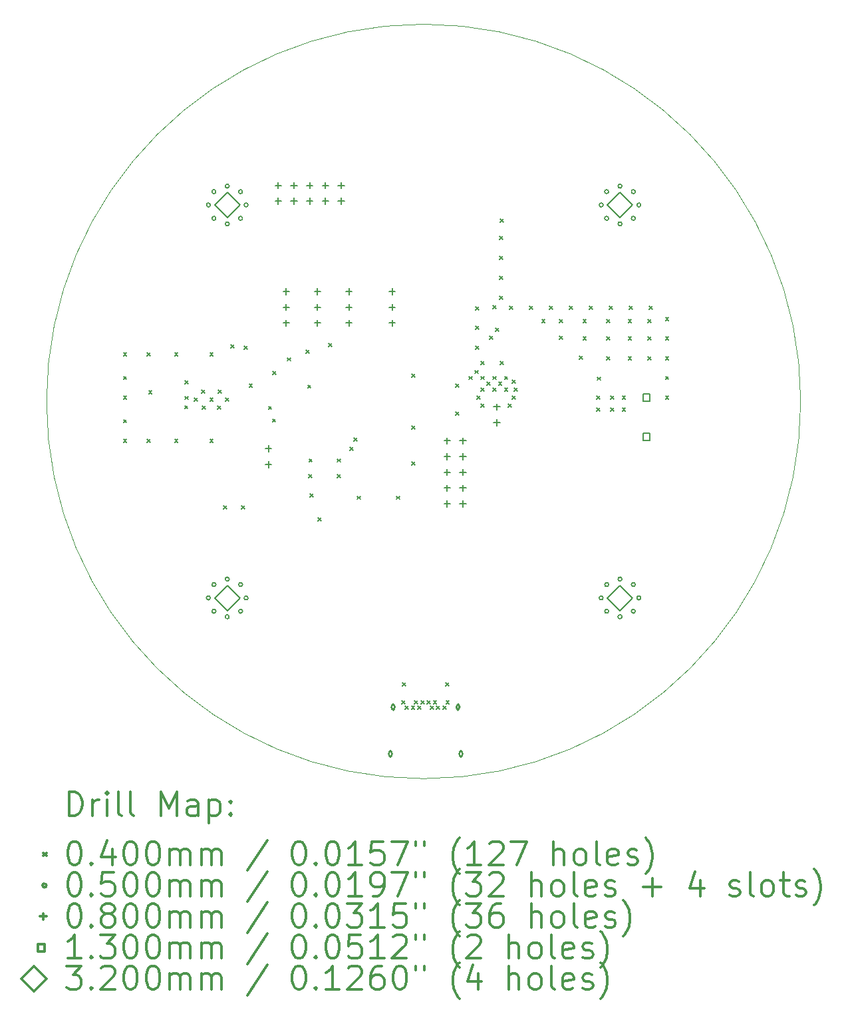
<source format=gbr>
%FSLAX45Y45*%
G04 Gerber Fmt 4.5, Leading zero omitted, Abs format (unit mm)*
G04 Created by KiCad (PCBNEW (5.1.10)-1) date 2021-07-16 13:04:02*
%MOMM*%
%LPD*%
G01*
G04 APERTURE LIST*
%TA.AperFunction,Profile*%
%ADD10C,0.050000*%
%TD*%
%ADD11C,0.200000*%
%ADD12C,0.300000*%
G04 APERTURE END LIST*
D10*
X20450000Y-8050000D02*
G75*
G03*
X20450000Y-8050000I-4800000J0D01*
G01*
D11*
X11830000Y-7430000D02*
X11870000Y-7470000D01*
X11870000Y-7430000D02*
X11830000Y-7470000D01*
X11830000Y-7730000D02*
X11870000Y-7770000D01*
X11870000Y-7730000D02*
X11830000Y-7770000D01*
X11830000Y-7980000D02*
X11870000Y-8020000D01*
X11870000Y-7980000D02*
X11830000Y-8020000D01*
X11830000Y-8280000D02*
X11870000Y-8320000D01*
X11870000Y-8280000D02*
X11830000Y-8320000D01*
X11830000Y-8530000D02*
X11870000Y-8570000D01*
X11870000Y-8530000D02*
X11830000Y-8570000D01*
X12130000Y-7430000D02*
X12170000Y-7470000D01*
X12170000Y-7430000D02*
X12130000Y-7470000D01*
X12130000Y-8530000D02*
X12170000Y-8570000D01*
X12170000Y-8530000D02*
X12130000Y-8570000D01*
X12151860Y-7910822D02*
X12191860Y-7950822D01*
X12191860Y-7910822D02*
X12151860Y-7950822D01*
X12480000Y-7430000D02*
X12520000Y-7470000D01*
X12520000Y-7430000D02*
X12480000Y-7470000D01*
X12480000Y-8530000D02*
X12520000Y-8570000D01*
X12520000Y-8530000D02*
X12480000Y-8570000D01*
X12607500Y-8102500D02*
X12647500Y-8142500D01*
X12647500Y-8102500D02*
X12607500Y-8142500D01*
X12610000Y-7985000D02*
X12650000Y-8025000D01*
X12650000Y-7985000D02*
X12610000Y-8025000D01*
X12612500Y-7787500D02*
X12652500Y-7827500D01*
X12652500Y-7787500D02*
X12612500Y-7827500D01*
X12730000Y-8005000D02*
X12770000Y-8045000D01*
X12770000Y-8005000D02*
X12730000Y-8045000D01*
X12825000Y-7905000D02*
X12865000Y-7945000D01*
X12865000Y-7905000D02*
X12825000Y-7945000D01*
X12830000Y-8105000D02*
X12870000Y-8145000D01*
X12870000Y-8105000D02*
X12830000Y-8145000D01*
X12930000Y-7430000D02*
X12970000Y-7470000D01*
X12970000Y-7430000D02*
X12930000Y-7470000D01*
X12930000Y-8005000D02*
X12970000Y-8045000D01*
X12970000Y-8005000D02*
X12930000Y-8045000D01*
X12930000Y-8530000D02*
X12970000Y-8570000D01*
X12970000Y-8530000D02*
X12930000Y-8570000D01*
X13030000Y-8105000D02*
X13070000Y-8145000D01*
X13070000Y-8105000D02*
X13030000Y-8145000D01*
X13035000Y-7905000D02*
X13075000Y-7945000D01*
X13075000Y-7905000D02*
X13035000Y-7945000D01*
X13105000Y-9380000D02*
X13145000Y-9420000D01*
X13145000Y-9380000D02*
X13105000Y-9420000D01*
X13130000Y-8005000D02*
X13170000Y-8045000D01*
X13170000Y-8005000D02*
X13130000Y-8045000D01*
X13193750Y-7326350D02*
X13233750Y-7366350D01*
X13233750Y-7326350D02*
X13193750Y-7366350D01*
X13330000Y-9380000D02*
X13370000Y-9420000D01*
X13370000Y-9380000D02*
X13330000Y-9420000D01*
X13366250Y-7343750D02*
X13406250Y-7383750D01*
X13406250Y-7343750D02*
X13366250Y-7383750D01*
X13430000Y-7830000D02*
X13470000Y-7870000D01*
X13470000Y-7830000D02*
X13430000Y-7870000D01*
X13674000Y-8112000D02*
X13714000Y-8152000D01*
X13714000Y-8112000D02*
X13674000Y-8152000D01*
X13726000Y-8272000D02*
X13766000Y-8312000D01*
X13766000Y-8272000D02*
X13726000Y-8312000D01*
X13731250Y-7666250D02*
X13771250Y-7706250D01*
X13771250Y-7666250D02*
X13731250Y-7706250D01*
X13916250Y-7493750D02*
X13956250Y-7533750D01*
X13956250Y-7493750D02*
X13916250Y-7533750D01*
X14153200Y-7396800D02*
X14193200Y-7436800D01*
X14193200Y-7396800D02*
X14153200Y-7436800D01*
X14173266Y-7841046D02*
X14213266Y-7881046D01*
X14213266Y-7841046D02*
X14173266Y-7881046D01*
X14187000Y-8980000D02*
X14227000Y-9020000D01*
X14227000Y-8980000D02*
X14187000Y-9020000D01*
X14190200Y-8780000D02*
X14230200Y-8820000D01*
X14230200Y-8780000D02*
X14190200Y-8820000D01*
X14204000Y-9225600D02*
X14244000Y-9265600D01*
X14244000Y-9225600D02*
X14204000Y-9265600D01*
X14305600Y-9530400D02*
X14345600Y-9570400D01*
X14345600Y-9530400D02*
X14305600Y-9570400D01*
X14442650Y-7312650D02*
X14482650Y-7352650D01*
X14482650Y-7312650D02*
X14442650Y-7352650D01*
X14548000Y-8780000D02*
X14588000Y-8820000D01*
X14588000Y-8780000D02*
X14548000Y-8820000D01*
X14551200Y-8980000D02*
X14591200Y-9020000D01*
X14591200Y-8980000D02*
X14551200Y-9020000D01*
X14712000Y-8633000D02*
X14752000Y-8673000D01*
X14752000Y-8633000D02*
X14712000Y-8673000D01*
X14762800Y-8514400D02*
X14802800Y-8554400D01*
X14802800Y-8514400D02*
X14762800Y-8554400D01*
X14805000Y-9255000D02*
X14845000Y-9295000D01*
X14845000Y-9255000D02*
X14805000Y-9295000D01*
X15305000Y-9255000D02*
X15345000Y-9295000D01*
X15345000Y-9255000D02*
X15305000Y-9295000D01*
X15375000Y-11859000D02*
X15415000Y-11899000D01*
X15415000Y-11859000D02*
X15375000Y-11899000D01*
X15380000Y-11630000D02*
X15420000Y-11670000D01*
X15420000Y-11630000D02*
X15380000Y-11670000D01*
X15415000Y-11929000D02*
X15455000Y-11969000D01*
X15455000Y-11929000D02*
X15415000Y-11969000D01*
X15495000Y-11929000D02*
X15535000Y-11969000D01*
X15535000Y-11929000D02*
X15495000Y-11969000D01*
X15499400Y-7701600D02*
X15539400Y-7741600D01*
X15539400Y-7701600D02*
X15499400Y-7741600D01*
X15499400Y-8362000D02*
X15539400Y-8402000D01*
X15539400Y-8362000D02*
X15499400Y-8402000D01*
X15499400Y-8819200D02*
X15539400Y-8859200D01*
X15539400Y-8819200D02*
X15499400Y-8859200D01*
X15535000Y-11859000D02*
X15575000Y-11899000D01*
X15575000Y-11859000D02*
X15535000Y-11899000D01*
X15575000Y-11929000D02*
X15615000Y-11969000D01*
X15615000Y-11929000D02*
X15575000Y-11969000D01*
X15615000Y-11859000D02*
X15655000Y-11899000D01*
X15655000Y-11859000D02*
X15615000Y-11899000D01*
X15695000Y-11859000D02*
X15735000Y-11899000D01*
X15735000Y-11859000D02*
X15695000Y-11899000D01*
X15735000Y-11929000D02*
X15775000Y-11969000D01*
X15775000Y-11929000D02*
X15735000Y-11969000D01*
X15775000Y-11859000D02*
X15815000Y-11899000D01*
X15815000Y-11859000D02*
X15775000Y-11899000D01*
X15815000Y-11929000D02*
X15855000Y-11969000D01*
X15855000Y-11929000D02*
X15815000Y-11969000D01*
X15895000Y-11929000D02*
X15935000Y-11969000D01*
X15935000Y-11929000D02*
X15895000Y-11969000D01*
X15930000Y-11630000D02*
X15970000Y-11670000D01*
X15970000Y-11630000D02*
X15930000Y-11670000D01*
X15935000Y-11859000D02*
X15975000Y-11899000D01*
X15975000Y-11859000D02*
X15935000Y-11899000D01*
X16058200Y-7828600D02*
X16098200Y-7868600D01*
X16098200Y-7828600D02*
X16058200Y-7868600D01*
X16058200Y-8184200D02*
X16098200Y-8224200D01*
X16098200Y-8184200D02*
X16058200Y-8224200D01*
X16230000Y-7730000D02*
X16270000Y-7770000D01*
X16270000Y-7730000D02*
X16230000Y-7770000D01*
X16305000Y-7655000D02*
X16345000Y-7695000D01*
X16345000Y-7655000D02*
X16305000Y-7695000D01*
X16310000Y-7092500D02*
X16350000Y-7132500D01*
X16350000Y-7092500D02*
X16310000Y-7132500D01*
X16312200Y-7346000D02*
X16352200Y-7386000D01*
X16352200Y-7346000D02*
X16312200Y-7386000D01*
X16315000Y-6845000D02*
X16355000Y-6885000D01*
X16355000Y-6845000D02*
X16315000Y-6885000D01*
X16330000Y-7980000D02*
X16370000Y-8020000D01*
X16370000Y-7980000D02*
X16330000Y-8020000D01*
X16380000Y-7540000D02*
X16420000Y-7580000D01*
X16420000Y-7540000D02*
X16380000Y-7580000D01*
X16380000Y-7730000D02*
X16420000Y-7770000D01*
X16420000Y-7730000D02*
X16380000Y-7770000D01*
X16380000Y-7880000D02*
X16420000Y-7920000D01*
X16420000Y-7880000D02*
X16380000Y-7920000D01*
X16380000Y-8080000D02*
X16420000Y-8120000D01*
X16420000Y-8080000D02*
X16380000Y-8120000D01*
X16455000Y-7805000D02*
X16495000Y-7845000D01*
X16495000Y-7805000D02*
X16455000Y-7845000D01*
X16490000Y-7219000D02*
X16530000Y-7259000D01*
X16530000Y-7219000D02*
X16490000Y-7259000D01*
X16530000Y-6830000D02*
X16570000Y-6870000D01*
X16570000Y-6830000D02*
X16530000Y-6870000D01*
X16530000Y-7730000D02*
X16570000Y-7770000D01*
X16570000Y-7730000D02*
X16530000Y-7770000D01*
X16530000Y-7880000D02*
X16570000Y-7920000D01*
X16570000Y-7880000D02*
X16530000Y-7920000D01*
X16566200Y-7117400D02*
X16606200Y-7157400D01*
X16606200Y-7117400D02*
X16566200Y-7157400D01*
X16605000Y-7805000D02*
X16645000Y-7845000D01*
X16645000Y-7805000D02*
X16605000Y-7845000D01*
X16617000Y-5949000D02*
X16657000Y-5989000D01*
X16657000Y-5949000D02*
X16617000Y-5989000D01*
X16617000Y-6203000D02*
X16657000Y-6243000D01*
X16657000Y-6203000D02*
X16617000Y-6243000D01*
X16617000Y-6457000D02*
X16657000Y-6497000D01*
X16657000Y-6457000D02*
X16617000Y-6497000D01*
X16617000Y-6711000D02*
X16657000Y-6751000D01*
X16657000Y-6711000D02*
X16617000Y-6751000D01*
X16622500Y-5727500D02*
X16662500Y-5767500D01*
X16662500Y-5727500D02*
X16622500Y-5767500D01*
X16624950Y-7541250D02*
X16664950Y-7581250D01*
X16664950Y-7541250D02*
X16624950Y-7581250D01*
X16680000Y-7730000D02*
X16720000Y-7770000D01*
X16720000Y-7730000D02*
X16680000Y-7770000D01*
X16680000Y-7880000D02*
X16720000Y-7920000D01*
X16720000Y-7880000D02*
X16680000Y-7920000D01*
X16730000Y-8080000D02*
X16770000Y-8120000D01*
X16770000Y-8080000D02*
X16730000Y-8120000D01*
X16744000Y-6838000D02*
X16784000Y-6878000D01*
X16784000Y-6838000D02*
X16744000Y-6878000D01*
X16780000Y-7780000D02*
X16820000Y-7820000D01*
X16820000Y-7780000D02*
X16780000Y-7820000D01*
X16780000Y-7980000D02*
X16820000Y-8020000D01*
X16820000Y-7980000D02*
X16780000Y-8020000D01*
X16805000Y-7880000D02*
X16845000Y-7920000D01*
X16845000Y-7880000D02*
X16805000Y-7920000D01*
X16998000Y-6838000D02*
X17038000Y-6878000D01*
X17038000Y-6838000D02*
X16998000Y-6878000D01*
X17155000Y-7005000D02*
X17195000Y-7045000D01*
X17195000Y-7005000D02*
X17155000Y-7045000D01*
X17252000Y-6838000D02*
X17292000Y-6878000D01*
X17292000Y-6838000D02*
X17252000Y-6878000D01*
X17379000Y-7219000D02*
X17419000Y-7259000D01*
X17419000Y-7219000D02*
X17379000Y-7259000D01*
X17380000Y-7005000D02*
X17420000Y-7045000D01*
X17420000Y-7005000D02*
X17380000Y-7045000D01*
X17506000Y-6838000D02*
X17546000Y-6878000D01*
X17546000Y-6838000D02*
X17506000Y-6878000D01*
X17633000Y-7473000D02*
X17673000Y-7513000D01*
X17673000Y-7473000D02*
X17633000Y-7513000D01*
X17680000Y-7005000D02*
X17720000Y-7045000D01*
X17720000Y-7005000D02*
X17680000Y-7045000D01*
X17680000Y-7230000D02*
X17720000Y-7270000D01*
X17720000Y-7230000D02*
X17680000Y-7270000D01*
X17760000Y-6838000D02*
X17800000Y-6878000D01*
X17800000Y-6838000D02*
X17760000Y-6878000D01*
X17855000Y-7980000D02*
X17895000Y-8020000D01*
X17895000Y-7980000D02*
X17855000Y-8020000D01*
X17855000Y-8130000D02*
X17895000Y-8170000D01*
X17895000Y-8130000D02*
X17855000Y-8170000D01*
X17860000Y-7740000D02*
X17900000Y-7780000D01*
X17900000Y-7740000D02*
X17860000Y-7780000D01*
X17980000Y-7005000D02*
X18020000Y-7045000D01*
X18020000Y-7005000D02*
X17980000Y-7045000D01*
X17980000Y-7230000D02*
X18020000Y-7270000D01*
X18020000Y-7230000D02*
X17980000Y-7270000D01*
X17980000Y-7480000D02*
X18020000Y-7520000D01*
X18020000Y-7480000D02*
X17980000Y-7520000D01*
X18014000Y-6838000D02*
X18054000Y-6878000D01*
X18054000Y-6838000D02*
X18014000Y-6878000D01*
X18030000Y-7980000D02*
X18070000Y-8020000D01*
X18070000Y-7980000D02*
X18030000Y-8020000D01*
X18030000Y-8130000D02*
X18070000Y-8170000D01*
X18070000Y-8130000D02*
X18030000Y-8170000D01*
X18180000Y-7980000D02*
X18220000Y-8020000D01*
X18220000Y-7980000D02*
X18180000Y-8020000D01*
X18180000Y-8130000D02*
X18220000Y-8170000D01*
X18220000Y-8130000D02*
X18180000Y-8170000D01*
X18255000Y-7005000D02*
X18295000Y-7045000D01*
X18295000Y-7005000D02*
X18255000Y-7045000D01*
X18255000Y-7230000D02*
X18295000Y-7270000D01*
X18295000Y-7230000D02*
X18255000Y-7270000D01*
X18255000Y-7480000D02*
X18295000Y-7520000D01*
X18295000Y-7480000D02*
X18255000Y-7520000D01*
X18268000Y-6838000D02*
X18308000Y-6878000D01*
X18308000Y-6838000D02*
X18268000Y-6878000D01*
X18505000Y-7005000D02*
X18545000Y-7045000D01*
X18545000Y-7005000D02*
X18505000Y-7045000D01*
X18505000Y-7230000D02*
X18545000Y-7270000D01*
X18545000Y-7230000D02*
X18505000Y-7270000D01*
X18505000Y-7480000D02*
X18545000Y-7520000D01*
X18545000Y-7480000D02*
X18505000Y-7520000D01*
X18522000Y-6838000D02*
X18562000Y-6878000D01*
X18562000Y-6838000D02*
X18522000Y-6878000D01*
X18730000Y-6980000D02*
X18770000Y-7020000D01*
X18770000Y-6980000D02*
X18730000Y-7020000D01*
X18730000Y-7230000D02*
X18770000Y-7270000D01*
X18770000Y-7230000D02*
X18730000Y-7270000D01*
X18730000Y-7480000D02*
X18770000Y-7520000D01*
X18770000Y-7480000D02*
X18730000Y-7520000D01*
X18730000Y-7730000D02*
X18770000Y-7770000D01*
X18770000Y-7730000D02*
X18730000Y-7770000D01*
X18730000Y-7980000D02*
X18770000Y-8020000D01*
X18770000Y-7980000D02*
X18730000Y-8020000D01*
X12935000Y-5550000D02*
G75*
G03*
X12935000Y-5550000I-25000J0D01*
G01*
X12935000Y-10550000D02*
G75*
G03*
X12935000Y-10550000I-25000J0D01*
G01*
X13005294Y-5380294D02*
G75*
G03*
X13005294Y-5380294I-25000J0D01*
G01*
X13005294Y-5719706D02*
G75*
G03*
X13005294Y-5719706I-25000J0D01*
G01*
X13005294Y-10380294D02*
G75*
G03*
X13005294Y-10380294I-25000J0D01*
G01*
X13005294Y-10719706D02*
G75*
G03*
X13005294Y-10719706I-25000J0D01*
G01*
X13175000Y-5310000D02*
G75*
G03*
X13175000Y-5310000I-25000J0D01*
G01*
X13175000Y-5790000D02*
G75*
G03*
X13175000Y-5790000I-25000J0D01*
G01*
X13175000Y-10310000D02*
G75*
G03*
X13175000Y-10310000I-25000J0D01*
G01*
X13175000Y-10790000D02*
G75*
G03*
X13175000Y-10790000I-25000J0D01*
G01*
X13344706Y-5380294D02*
G75*
G03*
X13344706Y-5380294I-25000J0D01*
G01*
X13344706Y-5719706D02*
G75*
G03*
X13344706Y-5719706I-25000J0D01*
G01*
X13344706Y-10380294D02*
G75*
G03*
X13344706Y-10380294I-25000J0D01*
G01*
X13344706Y-10719706D02*
G75*
G03*
X13344706Y-10719706I-25000J0D01*
G01*
X13415000Y-5550000D02*
G75*
G03*
X13415000Y-5550000I-25000J0D01*
G01*
X13415000Y-10550000D02*
G75*
G03*
X13415000Y-10550000I-25000J0D01*
G01*
X15251000Y-12534000D02*
G75*
G03*
X15251000Y-12534000I-25000J0D01*
G01*
X15211000Y-12504000D02*
X15211000Y-12564000D01*
X15241000Y-12504000D02*
X15241000Y-12564000D01*
X15211000Y-12564000D02*
G75*
G03*
X15241000Y-12564000I15000J0D01*
G01*
X15241000Y-12504000D02*
G75*
G03*
X15211000Y-12504000I-15000J0D01*
G01*
X15287000Y-11939000D02*
G75*
G03*
X15287000Y-11939000I-25000J0D01*
G01*
X15247000Y-11909000D02*
X15247000Y-11969000D01*
X15277000Y-11909000D02*
X15277000Y-11969000D01*
X15247000Y-11969000D02*
G75*
G03*
X15277000Y-11969000I15000J0D01*
G01*
X15277000Y-11909000D02*
G75*
G03*
X15247000Y-11909000I-15000J0D01*
G01*
X16113000Y-11939000D02*
G75*
G03*
X16113000Y-11939000I-25000J0D01*
G01*
X16073000Y-11909000D02*
X16073000Y-11969000D01*
X16103000Y-11909000D02*
X16103000Y-11969000D01*
X16073000Y-11969000D02*
G75*
G03*
X16103000Y-11969000I15000J0D01*
G01*
X16103000Y-11909000D02*
G75*
G03*
X16073000Y-11909000I-15000J0D01*
G01*
X16149000Y-12534000D02*
G75*
G03*
X16149000Y-12534000I-25000J0D01*
G01*
X16109000Y-12504000D02*
X16109000Y-12564000D01*
X16139000Y-12504000D02*
X16139000Y-12564000D01*
X16109000Y-12564000D02*
G75*
G03*
X16139000Y-12564000I15000J0D01*
G01*
X16139000Y-12504000D02*
G75*
G03*
X16109000Y-12504000I-15000J0D01*
G01*
X17935000Y-5550000D02*
G75*
G03*
X17935000Y-5550000I-25000J0D01*
G01*
X17935000Y-10550000D02*
G75*
G03*
X17935000Y-10550000I-25000J0D01*
G01*
X18005294Y-5380294D02*
G75*
G03*
X18005294Y-5380294I-25000J0D01*
G01*
X18005294Y-5719706D02*
G75*
G03*
X18005294Y-5719706I-25000J0D01*
G01*
X18005294Y-10380294D02*
G75*
G03*
X18005294Y-10380294I-25000J0D01*
G01*
X18005294Y-10719706D02*
G75*
G03*
X18005294Y-10719706I-25000J0D01*
G01*
X18175000Y-5310000D02*
G75*
G03*
X18175000Y-5310000I-25000J0D01*
G01*
X18175000Y-5790000D02*
G75*
G03*
X18175000Y-5790000I-25000J0D01*
G01*
X18175000Y-10310000D02*
G75*
G03*
X18175000Y-10310000I-25000J0D01*
G01*
X18175000Y-10790000D02*
G75*
G03*
X18175000Y-10790000I-25000J0D01*
G01*
X18344706Y-5380294D02*
G75*
G03*
X18344706Y-5380294I-25000J0D01*
G01*
X18344706Y-5719706D02*
G75*
G03*
X18344706Y-5719706I-25000J0D01*
G01*
X18344706Y-10380294D02*
G75*
G03*
X18344706Y-10380294I-25000J0D01*
G01*
X18344706Y-10719706D02*
G75*
G03*
X18344706Y-10719706I-25000J0D01*
G01*
X18415000Y-5550000D02*
G75*
G03*
X18415000Y-5550000I-25000J0D01*
G01*
X18415000Y-10550000D02*
G75*
G03*
X18415000Y-10550000I-25000J0D01*
G01*
X13675000Y-8610000D02*
X13675000Y-8690000D01*
X13635000Y-8650000D02*
X13715000Y-8650000D01*
X13675000Y-8810000D02*
X13675000Y-8890000D01*
X13635000Y-8850000D02*
X13715000Y-8850000D01*
X13800000Y-5260000D02*
X13800000Y-5340000D01*
X13760000Y-5300000D02*
X13840000Y-5300000D01*
X13800000Y-5460000D02*
X13800000Y-5540000D01*
X13760000Y-5500000D02*
X13840000Y-5500000D01*
X13900000Y-6610000D02*
X13900000Y-6690000D01*
X13860000Y-6650000D02*
X13940000Y-6650000D01*
X13900000Y-6810000D02*
X13900000Y-6890000D01*
X13860000Y-6850000D02*
X13940000Y-6850000D01*
X13900000Y-7010000D02*
X13900000Y-7090000D01*
X13860000Y-7050000D02*
X13940000Y-7050000D01*
X14000000Y-5260000D02*
X14000000Y-5340000D01*
X13960000Y-5300000D02*
X14040000Y-5300000D01*
X14000000Y-5460000D02*
X14000000Y-5540000D01*
X13960000Y-5500000D02*
X14040000Y-5500000D01*
X14200000Y-5260000D02*
X14200000Y-5340000D01*
X14160000Y-5300000D02*
X14240000Y-5300000D01*
X14200000Y-5460000D02*
X14200000Y-5540000D01*
X14160000Y-5500000D02*
X14240000Y-5500000D01*
X14300000Y-6610000D02*
X14300000Y-6690000D01*
X14260000Y-6650000D02*
X14340000Y-6650000D01*
X14300000Y-6810000D02*
X14300000Y-6890000D01*
X14260000Y-6850000D02*
X14340000Y-6850000D01*
X14300000Y-7010000D02*
X14300000Y-7090000D01*
X14260000Y-7050000D02*
X14340000Y-7050000D01*
X14400000Y-5260000D02*
X14400000Y-5340000D01*
X14360000Y-5300000D02*
X14440000Y-5300000D01*
X14400000Y-5460000D02*
X14400000Y-5540000D01*
X14360000Y-5500000D02*
X14440000Y-5500000D01*
X14600000Y-5260000D02*
X14600000Y-5340000D01*
X14560000Y-5300000D02*
X14640000Y-5300000D01*
X14600000Y-5460000D02*
X14600000Y-5540000D01*
X14560000Y-5500000D02*
X14640000Y-5500000D01*
X14700000Y-6610000D02*
X14700000Y-6690000D01*
X14660000Y-6650000D02*
X14740000Y-6650000D01*
X14700000Y-6810000D02*
X14700000Y-6890000D01*
X14660000Y-6850000D02*
X14740000Y-6850000D01*
X14700000Y-7010000D02*
X14700000Y-7090000D01*
X14660000Y-7050000D02*
X14740000Y-7050000D01*
X15250000Y-6610000D02*
X15250000Y-6690000D01*
X15210000Y-6650000D02*
X15290000Y-6650000D01*
X15250000Y-6810000D02*
X15250000Y-6890000D01*
X15210000Y-6850000D02*
X15290000Y-6850000D01*
X15250000Y-7010000D02*
X15250000Y-7090000D01*
X15210000Y-7050000D02*
X15290000Y-7050000D01*
X15950000Y-8510000D02*
X15950000Y-8590000D01*
X15910000Y-8550000D02*
X15990000Y-8550000D01*
X15950000Y-8710000D02*
X15950000Y-8790000D01*
X15910000Y-8750000D02*
X15990000Y-8750000D01*
X15950000Y-8910000D02*
X15950000Y-8990000D01*
X15910000Y-8950000D02*
X15990000Y-8950000D01*
X15950000Y-9110000D02*
X15950000Y-9190000D01*
X15910000Y-9150000D02*
X15990000Y-9150000D01*
X15950000Y-9310000D02*
X15950000Y-9390000D01*
X15910000Y-9350000D02*
X15990000Y-9350000D01*
X16150000Y-8510000D02*
X16150000Y-8590000D01*
X16110000Y-8550000D02*
X16190000Y-8550000D01*
X16150000Y-8710000D02*
X16150000Y-8790000D01*
X16110000Y-8750000D02*
X16190000Y-8750000D01*
X16150000Y-8910000D02*
X16150000Y-8990000D01*
X16110000Y-8950000D02*
X16190000Y-8950000D01*
X16150000Y-9110000D02*
X16150000Y-9190000D01*
X16110000Y-9150000D02*
X16190000Y-9150000D01*
X16150000Y-9310000D02*
X16150000Y-9390000D01*
X16110000Y-9350000D02*
X16190000Y-9350000D01*
X16582000Y-8077000D02*
X16582000Y-8157000D01*
X16542000Y-8117000D02*
X16622000Y-8117000D01*
X16582000Y-8277000D02*
X16582000Y-8357000D01*
X16542000Y-8317000D02*
X16622000Y-8317000D01*
X18532962Y-8043962D02*
X18532962Y-7952038D01*
X18441038Y-7952038D01*
X18441038Y-8043962D01*
X18532962Y-8043962D01*
X18532962Y-8543962D02*
X18532962Y-8452038D01*
X18441038Y-8452038D01*
X18441038Y-8543962D01*
X18532962Y-8543962D01*
X13150000Y-5710000D02*
X13310000Y-5550000D01*
X13150000Y-5390000D01*
X12990000Y-5550000D01*
X13150000Y-5710000D01*
X13150000Y-10710000D02*
X13310000Y-10550000D01*
X13150000Y-10390000D01*
X12990000Y-10550000D01*
X13150000Y-10710000D01*
X18150000Y-5710000D02*
X18310000Y-5550000D01*
X18150000Y-5390000D01*
X17990000Y-5550000D01*
X18150000Y-5710000D01*
X18150000Y-10710000D02*
X18310000Y-10550000D01*
X18150000Y-10390000D01*
X17990000Y-10550000D01*
X18150000Y-10710000D01*
D12*
X11133928Y-13318214D02*
X11133928Y-13018214D01*
X11205357Y-13018214D01*
X11248214Y-13032500D01*
X11276786Y-13061071D01*
X11291071Y-13089643D01*
X11305357Y-13146786D01*
X11305357Y-13189643D01*
X11291071Y-13246786D01*
X11276786Y-13275357D01*
X11248214Y-13303929D01*
X11205357Y-13318214D01*
X11133928Y-13318214D01*
X11433928Y-13318214D02*
X11433928Y-13118214D01*
X11433928Y-13175357D02*
X11448214Y-13146786D01*
X11462500Y-13132500D01*
X11491071Y-13118214D01*
X11519643Y-13118214D01*
X11619643Y-13318214D02*
X11619643Y-13118214D01*
X11619643Y-13018214D02*
X11605357Y-13032500D01*
X11619643Y-13046786D01*
X11633928Y-13032500D01*
X11619643Y-13018214D01*
X11619643Y-13046786D01*
X11805357Y-13318214D02*
X11776786Y-13303929D01*
X11762500Y-13275357D01*
X11762500Y-13018214D01*
X11962500Y-13318214D02*
X11933928Y-13303929D01*
X11919643Y-13275357D01*
X11919643Y-13018214D01*
X12305357Y-13318214D02*
X12305357Y-13018214D01*
X12405357Y-13232500D01*
X12505357Y-13018214D01*
X12505357Y-13318214D01*
X12776786Y-13318214D02*
X12776786Y-13161071D01*
X12762500Y-13132500D01*
X12733928Y-13118214D01*
X12676786Y-13118214D01*
X12648214Y-13132500D01*
X12776786Y-13303929D02*
X12748214Y-13318214D01*
X12676786Y-13318214D01*
X12648214Y-13303929D01*
X12633928Y-13275357D01*
X12633928Y-13246786D01*
X12648214Y-13218214D01*
X12676786Y-13203929D01*
X12748214Y-13203929D01*
X12776786Y-13189643D01*
X12919643Y-13118214D02*
X12919643Y-13418214D01*
X12919643Y-13132500D02*
X12948214Y-13118214D01*
X13005357Y-13118214D01*
X13033928Y-13132500D01*
X13048214Y-13146786D01*
X13062500Y-13175357D01*
X13062500Y-13261071D01*
X13048214Y-13289643D01*
X13033928Y-13303929D01*
X13005357Y-13318214D01*
X12948214Y-13318214D01*
X12919643Y-13303929D01*
X13191071Y-13289643D02*
X13205357Y-13303929D01*
X13191071Y-13318214D01*
X13176786Y-13303929D01*
X13191071Y-13289643D01*
X13191071Y-13318214D01*
X13191071Y-13132500D02*
X13205357Y-13146786D01*
X13191071Y-13161071D01*
X13176786Y-13146786D01*
X13191071Y-13132500D01*
X13191071Y-13161071D01*
X10807500Y-13792500D02*
X10847500Y-13832500D01*
X10847500Y-13792500D02*
X10807500Y-13832500D01*
X11191071Y-13648214D02*
X11219643Y-13648214D01*
X11248214Y-13662500D01*
X11262500Y-13676786D01*
X11276786Y-13705357D01*
X11291071Y-13762500D01*
X11291071Y-13833929D01*
X11276786Y-13891071D01*
X11262500Y-13919643D01*
X11248214Y-13933929D01*
X11219643Y-13948214D01*
X11191071Y-13948214D01*
X11162500Y-13933929D01*
X11148214Y-13919643D01*
X11133928Y-13891071D01*
X11119643Y-13833929D01*
X11119643Y-13762500D01*
X11133928Y-13705357D01*
X11148214Y-13676786D01*
X11162500Y-13662500D01*
X11191071Y-13648214D01*
X11419643Y-13919643D02*
X11433928Y-13933929D01*
X11419643Y-13948214D01*
X11405357Y-13933929D01*
X11419643Y-13919643D01*
X11419643Y-13948214D01*
X11691071Y-13748214D02*
X11691071Y-13948214D01*
X11619643Y-13633929D02*
X11548214Y-13848214D01*
X11733928Y-13848214D01*
X11905357Y-13648214D02*
X11933928Y-13648214D01*
X11962500Y-13662500D01*
X11976786Y-13676786D01*
X11991071Y-13705357D01*
X12005357Y-13762500D01*
X12005357Y-13833929D01*
X11991071Y-13891071D01*
X11976786Y-13919643D01*
X11962500Y-13933929D01*
X11933928Y-13948214D01*
X11905357Y-13948214D01*
X11876786Y-13933929D01*
X11862500Y-13919643D01*
X11848214Y-13891071D01*
X11833928Y-13833929D01*
X11833928Y-13762500D01*
X11848214Y-13705357D01*
X11862500Y-13676786D01*
X11876786Y-13662500D01*
X11905357Y-13648214D01*
X12191071Y-13648214D02*
X12219643Y-13648214D01*
X12248214Y-13662500D01*
X12262500Y-13676786D01*
X12276786Y-13705357D01*
X12291071Y-13762500D01*
X12291071Y-13833929D01*
X12276786Y-13891071D01*
X12262500Y-13919643D01*
X12248214Y-13933929D01*
X12219643Y-13948214D01*
X12191071Y-13948214D01*
X12162500Y-13933929D01*
X12148214Y-13919643D01*
X12133928Y-13891071D01*
X12119643Y-13833929D01*
X12119643Y-13762500D01*
X12133928Y-13705357D01*
X12148214Y-13676786D01*
X12162500Y-13662500D01*
X12191071Y-13648214D01*
X12419643Y-13948214D02*
X12419643Y-13748214D01*
X12419643Y-13776786D02*
X12433928Y-13762500D01*
X12462500Y-13748214D01*
X12505357Y-13748214D01*
X12533928Y-13762500D01*
X12548214Y-13791071D01*
X12548214Y-13948214D01*
X12548214Y-13791071D02*
X12562500Y-13762500D01*
X12591071Y-13748214D01*
X12633928Y-13748214D01*
X12662500Y-13762500D01*
X12676786Y-13791071D01*
X12676786Y-13948214D01*
X12819643Y-13948214D02*
X12819643Y-13748214D01*
X12819643Y-13776786D02*
X12833928Y-13762500D01*
X12862500Y-13748214D01*
X12905357Y-13748214D01*
X12933928Y-13762500D01*
X12948214Y-13791071D01*
X12948214Y-13948214D01*
X12948214Y-13791071D02*
X12962500Y-13762500D01*
X12991071Y-13748214D01*
X13033928Y-13748214D01*
X13062500Y-13762500D01*
X13076786Y-13791071D01*
X13076786Y-13948214D01*
X13662500Y-13633929D02*
X13405357Y-14019643D01*
X14048214Y-13648214D02*
X14076786Y-13648214D01*
X14105357Y-13662500D01*
X14119643Y-13676786D01*
X14133928Y-13705357D01*
X14148214Y-13762500D01*
X14148214Y-13833929D01*
X14133928Y-13891071D01*
X14119643Y-13919643D01*
X14105357Y-13933929D01*
X14076786Y-13948214D01*
X14048214Y-13948214D01*
X14019643Y-13933929D01*
X14005357Y-13919643D01*
X13991071Y-13891071D01*
X13976786Y-13833929D01*
X13976786Y-13762500D01*
X13991071Y-13705357D01*
X14005357Y-13676786D01*
X14019643Y-13662500D01*
X14048214Y-13648214D01*
X14276786Y-13919643D02*
X14291071Y-13933929D01*
X14276786Y-13948214D01*
X14262500Y-13933929D01*
X14276786Y-13919643D01*
X14276786Y-13948214D01*
X14476786Y-13648214D02*
X14505357Y-13648214D01*
X14533928Y-13662500D01*
X14548214Y-13676786D01*
X14562500Y-13705357D01*
X14576786Y-13762500D01*
X14576786Y-13833929D01*
X14562500Y-13891071D01*
X14548214Y-13919643D01*
X14533928Y-13933929D01*
X14505357Y-13948214D01*
X14476786Y-13948214D01*
X14448214Y-13933929D01*
X14433928Y-13919643D01*
X14419643Y-13891071D01*
X14405357Y-13833929D01*
X14405357Y-13762500D01*
X14419643Y-13705357D01*
X14433928Y-13676786D01*
X14448214Y-13662500D01*
X14476786Y-13648214D01*
X14862500Y-13948214D02*
X14691071Y-13948214D01*
X14776786Y-13948214D02*
X14776786Y-13648214D01*
X14748214Y-13691071D01*
X14719643Y-13719643D01*
X14691071Y-13733929D01*
X15133928Y-13648214D02*
X14991071Y-13648214D01*
X14976786Y-13791071D01*
X14991071Y-13776786D01*
X15019643Y-13762500D01*
X15091071Y-13762500D01*
X15119643Y-13776786D01*
X15133928Y-13791071D01*
X15148214Y-13819643D01*
X15148214Y-13891071D01*
X15133928Y-13919643D01*
X15119643Y-13933929D01*
X15091071Y-13948214D01*
X15019643Y-13948214D01*
X14991071Y-13933929D01*
X14976786Y-13919643D01*
X15248214Y-13648214D02*
X15448214Y-13648214D01*
X15319643Y-13948214D01*
X15548214Y-13648214D02*
X15548214Y-13705357D01*
X15662500Y-13648214D02*
X15662500Y-13705357D01*
X16105357Y-14062500D02*
X16091071Y-14048214D01*
X16062500Y-14005357D01*
X16048214Y-13976786D01*
X16033928Y-13933929D01*
X16019643Y-13862500D01*
X16019643Y-13805357D01*
X16033928Y-13733929D01*
X16048214Y-13691071D01*
X16062500Y-13662500D01*
X16091071Y-13619643D01*
X16105357Y-13605357D01*
X16376786Y-13948214D02*
X16205357Y-13948214D01*
X16291071Y-13948214D02*
X16291071Y-13648214D01*
X16262500Y-13691071D01*
X16233928Y-13719643D01*
X16205357Y-13733929D01*
X16491071Y-13676786D02*
X16505357Y-13662500D01*
X16533928Y-13648214D01*
X16605357Y-13648214D01*
X16633928Y-13662500D01*
X16648214Y-13676786D01*
X16662500Y-13705357D01*
X16662500Y-13733929D01*
X16648214Y-13776786D01*
X16476786Y-13948214D01*
X16662500Y-13948214D01*
X16762500Y-13648214D02*
X16962500Y-13648214D01*
X16833928Y-13948214D01*
X17305357Y-13948214D02*
X17305357Y-13648214D01*
X17433928Y-13948214D02*
X17433928Y-13791071D01*
X17419643Y-13762500D01*
X17391071Y-13748214D01*
X17348214Y-13748214D01*
X17319643Y-13762500D01*
X17305357Y-13776786D01*
X17619643Y-13948214D02*
X17591071Y-13933929D01*
X17576786Y-13919643D01*
X17562500Y-13891071D01*
X17562500Y-13805357D01*
X17576786Y-13776786D01*
X17591071Y-13762500D01*
X17619643Y-13748214D01*
X17662500Y-13748214D01*
X17691071Y-13762500D01*
X17705357Y-13776786D01*
X17719643Y-13805357D01*
X17719643Y-13891071D01*
X17705357Y-13919643D01*
X17691071Y-13933929D01*
X17662500Y-13948214D01*
X17619643Y-13948214D01*
X17891071Y-13948214D02*
X17862500Y-13933929D01*
X17848214Y-13905357D01*
X17848214Y-13648214D01*
X18119643Y-13933929D02*
X18091071Y-13948214D01*
X18033928Y-13948214D01*
X18005357Y-13933929D01*
X17991071Y-13905357D01*
X17991071Y-13791071D01*
X18005357Y-13762500D01*
X18033928Y-13748214D01*
X18091071Y-13748214D01*
X18119643Y-13762500D01*
X18133928Y-13791071D01*
X18133928Y-13819643D01*
X17991071Y-13848214D01*
X18248214Y-13933929D02*
X18276786Y-13948214D01*
X18333928Y-13948214D01*
X18362500Y-13933929D01*
X18376786Y-13905357D01*
X18376786Y-13891071D01*
X18362500Y-13862500D01*
X18333928Y-13848214D01*
X18291071Y-13848214D01*
X18262500Y-13833929D01*
X18248214Y-13805357D01*
X18248214Y-13791071D01*
X18262500Y-13762500D01*
X18291071Y-13748214D01*
X18333928Y-13748214D01*
X18362500Y-13762500D01*
X18476786Y-14062500D02*
X18491071Y-14048214D01*
X18519643Y-14005357D01*
X18533928Y-13976786D01*
X18548214Y-13933929D01*
X18562500Y-13862500D01*
X18562500Y-13805357D01*
X18548214Y-13733929D01*
X18533928Y-13691071D01*
X18519643Y-13662500D01*
X18491071Y-13619643D01*
X18476786Y-13605357D01*
X10847500Y-14208500D02*
G75*
G03*
X10847500Y-14208500I-25000J0D01*
G01*
X11191071Y-14044214D02*
X11219643Y-14044214D01*
X11248214Y-14058500D01*
X11262500Y-14072786D01*
X11276786Y-14101357D01*
X11291071Y-14158500D01*
X11291071Y-14229929D01*
X11276786Y-14287071D01*
X11262500Y-14315643D01*
X11248214Y-14329929D01*
X11219643Y-14344214D01*
X11191071Y-14344214D01*
X11162500Y-14329929D01*
X11148214Y-14315643D01*
X11133928Y-14287071D01*
X11119643Y-14229929D01*
X11119643Y-14158500D01*
X11133928Y-14101357D01*
X11148214Y-14072786D01*
X11162500Y-14058500D01*
X11191071Y-14044214D01*
X11419643Y-14315643D02*
X11433928Y-14329929D01*
X11419643Y-14344214D01*
X11405357Y-14329929D01*
X11419643Y-14315643D01*
X11419643Y-14344214D01*
X11705357Y-14044214D02*
X11562500Y-14044214D01*
X11548214Y-14187071D01*
X11562500Y-14172786D01*
X11591071Y-14158500D01*
X11662500Y-14158500D01*
X11691071Y-14172786D01*
X11705357Y-14187071D01*
X11719643Y-14215643D01*
X11719643Y-14287071D01*
X11705357Y-14315643D01*
X11691071Y-14329929D01*
X11662500Y-14344214D01*
X11591071Y-14344214D01*
X11562500Y-14329929D01*
X11548214Y-14315643D01*
X11905357Y-14044214D02*
X11933928Y-14044214D01*
X11962500Y-14058500D01*
X11976786Y-14072786D01*
X11991071Y-14101357D01*
X12005357Y-14158500D01*
X12005357Y-14229929D01*
X11991071Y-14287071D01*
X11976786Y-14315643D01*
X11962500Y-14329929D01*
X11933928Y-14344214D01*
X11905357Y-14344214D01*
X11876786Y-14329929D01*
X11862500Y-14315643D01*
X11848214Y-14287071D01*
X11833928Y-14229929D01*
X11833928Y-14158500D01*
X11848214Y-14101357D01*
X11862500Y-14072786D01*
X11876786Y-14058500D01*
X11905357Y-14044214D01*
X12191071Y-14044214D02*
X12219643Y-14044214D01*
X12248214Y-14058500D01*
X12262500Y-14072786D01*
X12276786Y-14101357D01*
X12291071Y-14158500D01*
X12291071Y-14229929D01*
X12276786Y-14287071D01*
X12262500Y-14315643D01*
X12248214Y-14329929D01*
X12219643Y-14344214D01*
X12191071Y-14344214D01*
X12162500Y-14329929D01*
X12148214Y-14315643D01*
X12133928Y-14287071D01*
X12119643Y-14229929D01*
X12119643Y-14158500D01*
X12133928Y-14101357D01*
X12148214Y-14072786D01*
X12162500Y-14058500D01*
X12191071Y-14044214D01*
X12419643Y-14344214D02*
X12419643Y-14144214D01*
X12419643Y-14172786D02*
X12433928Y-14158500D01*
X12462500Y-14144214D01*
X12505357Y-14144214D01*
X12533928Y-14158500D01*
X12548214Y-14187071D01*
X12548214Y-14344214D01*
X12548214Y-14187071D02*
X12562500Y-14158500D01*
X12591071Y-14144214D01*
X12633928Y-14144214D01*
X12662500Y-14158500D01*
X12676786Y-14187071D01*
X12676786Y-14344214D01*
X12819643Y-14344214D02*
X12819643Y-14144214D01*
X12819643Y-14172786D02*
X12833928Y-14158500D01*
X12862500Y-14144214D01*
X12905357Y-14144214D01*
X12933928Y-14158500D01*
X12948214Y-14187071D01*
X12948214Y-14344214D01*
X12948214Y-14187071D02*
X12962500Y-14158500D01*
X12991071Y-14144214D01*
X13033928Y-14144214D01*
X13062500Y-14158500D01*
X13076786Y-14187071D01*
X13076786Y-14344214D01*
X13662500Y-14029929D02*
X13405357Y-14415643D01*
X14048214Y-14044214D02*
X14076786Y-14044214D01*
X14105357Y-14058500D01*
X14119643Y-14072786D01*
X14133928Y-14101357D01*
X14148214Y-14158500D01*
X14148214Y-14229929D01*
X14133928Y-14287071D01*
X14119643Y-14315643D01*
X14105357Y-14329929D01*
X14076786Y-14344214D01*
X14048214Y-14344214D01*
X14019643Y-14329929D01*
X14005357Y-14315643D01*
X13991071Y-14287071D01*
X13976786Y-14229929D01*
X13976786Y-14158500D01*
X13991071Y-14101357D01*
X14005357Y-14072786D01*
X14019643Y-14058500D01*
X14048214Y-14044214D01*
X14276786Y-14315643D02*
X14291071Y-14329929D01*
X14276786Y-14344214D01*
X14262500Y-14329929D01*
X14276786Y-14315643D01*
X14276786Y-14344214D01*
X14476786Y-14044214D02*
X14505357Y-14044214D01*
X14533928Y-14058500D01*
X14548214Y-14072786D01*
X14562500Y-14101357D01*
X14576786Y-14158500D01*
X14576786Y-14229929D01*
X14562500Y-14287071D01*
X14548214Y-14315643D01*
X14533928Y-14329929D01*
X14505357Y-14344214D01*
X14476786Y-14344214D01*
X14448214Y-14329929D01*
X14433928Y-14315643D01*
X14419643Y-14287071D01*
X14405357Y-14229929D01*
X14405357Y-14158500D01*
X14419643Y-14101357D01*
X14433928Y-14072786D01*
X14448214Y-14058500D01*
X14476786Y-14044214D01*
X14862500Y-14344214D02*
X14691071Y-14344214D01*
X14776786Y-14344214D02*
X14776786Y-14044214D01*
X14748214Y-14087071D01*
X14719643Y-14115643D01*
X14691071Y-14129929D01*
X15005357Y-14344214D02*
X15062500Y-14344214D01*
X15091071Y-14329929D01*
X15105357Y-14315643D01*
X15133928Y-14272786D01*
X15148214Y-14215643D01*
X15148214Y-14101357D01*
X15133928Y-14072786D01*
X15119643Y-14058500D01*
X15091071Y-14044214D01*
X15033928Y-14044214D01*
X15005357Y-14058500D01*
X14991071Y-14072786D01*
X14976786Y-14101357D01*
X14976786Y-14172786D01*
X14991071Y-14201357D01*
X15005357Y-14215643D01*
X15033928Y-14229929D01*
X15091071Y-14229929D01*
X15119643Y-14215643D01*
X15133928Y-14201357D01*
X15148214Y-14172786D01*
X15248214Y-14044214D02*
X15448214Y-14044214D01*
X15319643Y-14344214D01*
X15548214Y-14044214D02*
X15548214Y-14101357D01*
X15662500Y-14044214D02*
X15662500Y-14101357D01*
X16105357Y-14458500D02*
X16091071Y-14444214D01*
X16062500Y-14401357D01*
X16048214Y-14372786D01*
X16033928Y-14329929D01*
X16019643Y-14258500D01*
X16019643Y-14201357D01*
X16033928Y-14129929D01*
X16048214Y-14087071D01*
X16062500Y-14058500D01*
X16091071Y-14015643D01*
X16105357Y-14001357D01*
X16191071Y-14044214D02*
X16376786Y-14044214D01*
X16276786Y-14158500D01*
X16319643Y-14158500D01*
X16348214Y-14172786D01*
X16362500Y-14187071D01*
X16376786Y-14215643D01*
X16376786Y-14287071D01*
X16362500Y-14315643D01*
X16348214Y-14329929D01*
X16319643Y-14344214D01*
X16233928Y-14344214D01*
X16205357Y-14329929D01*
X16191071Y-14315643D01*
X16491071Y-14072786D02*
X16505357Y-14058500D01*
X16533928Y-14044214D01*
X16605357Y-14044214D01*
X16633928Y-14058500D01*
X16648214Y-14072786D01*
X16662500Y-14101357D01*
X16662500Y-14129929D01*
X16648214Y-14172786D01*
X16476786Y-14344214D01*
X16662500Y-14344214D01*
X17019643Y-14344214D02*
X17019643Y-14044214D01*
X17148214Y-14344214D02*
X17148214Y-14187071D01*
X17133928Y-14158500D01*
X17105357Y-14144214D01*
X17062500Y-14144214D01*
X17033928Y-14158500D01*
X17019643Y-14172786D01*
X17333928Y-14344214D02*
X17305357Y-14329929D01*
X17291071Y-14315643D01*
X17276786Y-14287071D01*
X17276786Y-14201357D01*
X17291071Y-14172786D01*
X17305357Y-14158500D01*
X17333928Y-14144214D01*
X17376786Y-14144214D01*
X17405357Y-14158500D01*
X17419643Y-14172786D01*
X17433928Y-14201357D01*
X17433928Y-14287071D01*
X17419643Y-14315643D01*
X17405357Y-14329929D01*
X17376786Y-14344214D01*
X17333928Y-14344214D01*
X17605357Y-14344214D02*
X17576786Y-14329929D01*
X17562500Y-14301357D01*
X17562500Y-14044214D01*
X17833928Y-14329929D02*
X17805357Y-14344214D01*
X17748214Y-14344214D01*
X17719643Y-14329929D01*
X17705357Y-14301357D01*
X17705357Y-14187071D01*
X17719643Y-14158500D01*
X17748214Y-14144214D01*
X17805357Y-14144214D01*
X17833928Y-14158500D01*
X17848214Y-14187071D01*
X17848214Y-14215643D01*
X17705357Y-14244214D01*
X17962500Y-14329929D02*
X17991071Y-14344214D01*
X18048214Y-14344214D01*
X18076786Y-14329929D01*
X18091071Y-14301357D01*
X18091071Y-14287071D01*
X18076786Y-14258500D01*
X18048214Y-14244214D01*
X18005357Y-14244214D01*
X17976786Y-14229929D01*
X17962500Y-14201357D01*
X17962500Y-14187071D01*
X17976786Y-14158500D01*
X18005357Y-14144214D01*
X18048214Y-14144214D01*
X18076786Y-14158500D01*
X18448214Y-14229929D02*
X18676786Y-14229929D01*
X18562500Y-14344214D02*
X18562500Y-14115643D01*
X19176786Y-14144214D02*
X19176786Y-14344214D01*
X19105357Y-14029929D02*
X19033928Y-14244214D01*
X19219643Y-14244214D01*
X19548214Y-14329929D02*
X19576786Y-14344214D01*
X19633928Y-14344214D01*
X19662500Y-14329929D01*
X19676786Y-14301357D01*
X19676786Y-14287071D01*
X19662500Y-14258500D01*
X19633928Y-14244214D01*
X19591071Y-14244214D01*
X19562500Y-14229929D01*
X19548214Y-14201357D01*
X19548214Y-14187071D01*
X19562500Y-14158500D01*
X19591071Y-14144214D01*
X19633928Y-14144214D01*
X19662500Y-14158500D01*
X19848214Y-14344214D02*
X19819643Y-14329929D01*
X19805357Y-14301357D01*
X19805357Y-14044214D01*
X20005357Y-14344214D02*
X19976786Y-14329929D01*
X19962500Y-14315643D01*
X19948214Y-14287071D01*
X19948214Y-14201357D01*
X19962500Y-14172786D01*
X19976786Y-14158500D01*
X20005357Y-14144214D01*
X20048214Y-14144214D01*
X20076786Y-14158500D01*
X20091071Y-14172786D01*
X20105357Y-14201357D01*
X20105357Y-14287071D01*
X20091071Y-14315643D01*
X20076786Y-14329929D01*
X20048214Y-14344214D01*
X20005357Y-14344214D01*
X20191071Y-14144214D02*
X20305357Y-14144214D01*
X20233928Y-14044214D02*
X20233928Y-14301357D01*
X20248214Y-14329929D01*
X20276786Y-14344214D01*
X20305357Y-14344214D01*
X20391071Y-14329929D02*
X20419643Y-14344214D01*
X20476786Y-14344214D01*
X20505357Y-14329929D01*
X20519643Y-14301357D01*
X20519643Y-14287071D01*
X20505357Y-14258500D01*
X20476786Y-14244214D01*
X20433928Y-14244214D01*
X20405357Y-14229929D01*
X20391071Y-14201357D01*
X20391071Y-14187071D01*
X20405357Y-14158500D01*
X20433928Y-14144214D01*
X20476786Y-14144214D01*
X20505357Y-14158500D01*
X20619643Y-14458500D02*
X20633928Y-14444214D01*
X20662500Y-14401357D01*
X20676786Y-14372786D01*
X20691071Y-14329929D01*
X20705357Y-14258500D01*
X20705357Y-14201357D01*
X20691071Y-14129929D01*
X20676786Y-14087071D01*
X20662500Y-14058500D01*
X20633928Y-14015643D01*
X20619643Y-14001357D01*
X10807500Y-14564500D02*
X10807500Y-14644500D01*
X10767500Y-14604500D02*
X10847500Y-14604500D01*
X11191071Y-14440214D02*
X11219643Y-14440214D01*
X11248214Y-14454500D01*
X11262500Y-14468786D01*
X11276786Y-14497357D01*
X11291071Y-14554500D01*
X11291071Y-14625929D01*
X11276786Y-14683071D01*
X11262500Y-14711643D01*
X11248214Y-14725929D01*
X11219643Y-14740214D01*
X11191071Y-14740214D01*
X11162500Y-14725929D01*
X11148214Y-14711643D01*
X11133928Y-14683071D01*
X11119643Y-14625929D01*
X11119643Y-14554500D01*
X11133928Y-14497357D01*
X11148214Y-14468786D01*
X11162500Y-14454500D01*
X11191071Y-14440214D01*
X11419643Y-14711643D02*
X11433928Y-14725929D01*
X11419643Y-14740214D01*
X11405357Y-14725929D01*
X11419643Y-14711643D01*
X11419643Y-14740214D01*
X11605357Y-14568786D02*
X11576786Y-14554500D01*
X11562500Y-14540214D01*
X11548214Y-14511643D01*
X11548214Y-14497357D01*
X11562500Y-14468786D01*
X11576786Y-14454500D01*
X11605357Y-14440214D01*
X11662500Y-14440214D01*
X11691071Y-14454500D01*
X11705357Y-14468786D01*
X11719643Y-14497357D01*
X11719643Y-14511643D01*
X11705357Y-14540214D01*
X11691071Y-14554500D01*
X11662500Y-14568786D01*
X11605357Y-14568786D01*
X11576786Y-14583071D01*
X11562500Y-14597357D01*
X11548214Y-14625929D01*
X11548214Y-14683071D01*
X11562500Y-14711643D01*
X11576786Y-14725929D01*
X11605357Y-14740214D01*
X11662500Y-14740214D01*
X11691071Y-14725929D01*
X11705357Y-14711643D01*
X11719643Y-14683071D01*
X11719643Y-14625929D01*
X11705357Y-14597357D01*
X11691071Y-14583071D01*
X11662500Y-14568786D01*
X11905357Y-14440214D02*
X11933928Y-14440214D01*
X11962500Y-14454500D01*
X11976786Y-14468786D01*
X11991071Y-14497357D01*
X12005357Y-14554500D01*
X12005357Y-14625929D01*
X11991071Y-14683071D01*
X11976786Y-14711643D01*
X11962500Y-14725929D01*
X11933928Y-14740214D01*
X11905357Y-14740214D01*
X11876786Y-14725929D01*
X11862500Y-14711643D01*
X11848214Y-14683071D01*
X11833928Y-14625929D01*
X11833928Y-14554500D01*
X11848214Y-14497357D01*
X11862500Y-14468786D01*
X11876786Y-14454500D01*
X11905357Y-14440214D01*
X12191071Y-14440214D02*
X12219643Y-14440214D01*
X12248214Y-14454500D01*
X12262500Y-14468786D01*
X12276786Y-14497357D01*
X12291071Y-14554500D01*
X12291071Y-14625929D01*
X12276786Y-14683071D01*
X12262500Y-14711643D01*
X12248214Y-14725929D01*
X12219643Y-14740214D01*
X12191071Y-14740214D01*
X12162500Y-14725929D01*
X12148214Y-14711643D01*
X12133928Y-14683071D01*
X12119643Y-14625929D01*
X12119643Y-14554500D01*
X12133928Y-14497357D01*
X12148214Y-14468786D01*
X12162500Y-14454500D01*
X12191071Y-14440214D01*
X12419643Y-14740214D02*
X12419643Y-14540214D01*
X12419643Y-14568786D02*
X12433928Y-14554500D01*
X12462500Y-14540214D01*
X12505357Y-14540214D01*
X12533928Y-14554500D01*
X12548214Y-14583071D01*
X12548214Y-14740214D01*
X12548214Y-14583071D02*
X12562500Y-14554500D01*
X12591071Y-14540214D01*
X12633928Y-14540214D01*
X12662500Y-14554500D01*
X12676786Y-14583071D01*
X12676786Y-14740214D01*
X12819643Y-14740214D02*
X12819643Y-14540214D01*
X12819643Y-14568786D02*
X12833928Y-14554500D01*
X12862500Y-14540214D01*
X12905357Y-14540214D01*
X12933928Y-14554500D01*
X12948214Y-14583071D01*
X12948214Y-14740214D01*
X12948214Y-14583071D02*
X12962500Y-14554500D01*
X12991071Y-14540214D01*
X13033928Y-14540214D01*
X13062500Y-14554500D01*
X13076786Y-14583071D01*
X13076786Y-14740214D01*
X13662500Y-14425929D02*
X13405357Y-14811643D01*
X14048214Y-14440214D02*
X14076786Y-14440214D01*
X14105357Y-14454500D01*
X14119643Y-14468786D01*
X14133928Y-14497357D01*
X14148214Y-14554500D01*
X14148214Y-14625929D01*
X14133928Y-14683071D01*
X14119643Y-14711643D01*
X14105357Y-14725929D01*
X14076786Y-14740214D01*
X14048214Y-14740214D01*
X14019643Y-14725929D01*
X14005357Y-14711643D01*
X13991071Y-14683071D01*
X13976786Y-14625929D01*
X13976786Y-14554500D01*
X13991071Y-14497357D01*
X14005357Y-14468786D01*
X14019643Y-14454500D01*
X14048214Y-14440214D01*
X14276786Y-14711643D02*
X14291071Y-14725929D01*
X14276786Y-14740214D01*
X14262500Y-14725929D01*
X14276786Y-14711643D01*
X14276786Y-14740214D01*
X14476786Y-14440214D02*
X14505357Y-14440214D01*
X14533928Y-14454500D01*
X14548214Y-14468786D01*
X14562500Y-14497357D01*
X14576786Y-14554500D01*
X14576786Y-14625929D01*
X14562500Y-14683071D01*
X14548214Y-14711643D01*
X14533928Y-14725929D01*
X14505357Y-14740214D01*
X14476786Y-14740214D01*
X14448214Y-14725929D01*
X14433928Y-14711643D01*
X14419643Y-14683071D01*
X14405357Y-14625929D01*
X14405357Y-14554500D01*
X14419643Y-14497357D01*
X14433928Y-14468786D01*
X14448214Y-14454500D01*
X14476786Y-14440214D01*
X14676786Y-14440214D02*
X14862500Y-14440214D01*
X14762500Y-14554500D01*
X14805357Y-14554500D01*
X14833928Y-14568786D01*
X14848214Y-14583071D01*
X14862500Y-14611643D01*
X14862500Y-14683071D01*
X14848214Y-14711643D01*
X14833928Y-14725929D01*
X14805357Y-14740214D01*
X14719643Y-14740214D01*
X14691071Y-14725929D01*
X14676786Y-14711643D01*
X15148214Y-14740214D02*
X14976786Y-14740214D01*
X15062500Y-14740214D02*
X15062500Y-14440214D01*
X15033928Y-14483071D01*
X15005357Y-14511643D01*
X14976786Y-14525929D01*
X15419643Y-14440214D02*
X15276786Y-14440214D01*
X15262500Y-14583071D01*
X15276786Y-14568786D01*
X15305357Y-14554500D01*
X15376786Y-14554500D01*
X15405357Y-14568786D01*
X15419643Y-14583071D01*
X15433928Y-14611643D01*
X15433928Y-14683071D01*
X15419643Y-14711643D01*
X15405357Y-14725929D01*
X15376786Y-14740214D01*
X15305357Y-14740214D01*
X15276786Y-14725929D01*
X15262500Y-14711643D01*
X15548214Y-14440214D02*
X15548214Y-14497357D01*
X15662500Y-14440214D02*
X15662500Y-14497357D01*
X16105357Y-14854500D02*
X16091071Y-14840214D01*
X16062500Y-14797357D01*
X16048214Y-14768786D01*
X16033928Y-14725929D01*
X16019643Y-14654500D01*
X16019643Y-14597357D01*
X16033928Y-14525929D01*
X16048214Y-14483071D01*
X16062500Y-14454500D01*
X16091071Y-14411643D01*
X16105357Y-14397357D01*
X16191071Y-14440214D02*
X16376786Y-14440214D01*
X16276786Y-14554500D01*
X16319643Y-14554500D01*
X16348214Y-14568786D01*
X16362500Y-14583071D01*
X16376786Y-14611643D01*
X16376786Y-14683071D01*
X16362500Y-14711643D01*
X16348214Y-14725929D01*
X16319643Y-14740214D01*
X16233928Y-14740214D01*
X16205357Y-14725929D01*
X16191071Y-14711643D01*
X16633928Y-14440214D02*
X16576786Y-14440214D01*
X16548214Y-14454500D01*
X16533928Y-14468786D01*
X16505357Y-14511643D01*
X16491071Y-14568786D01*
X16491071Y-14683071D01*
X16505357Y-14711643D01*
X16519643Y-14725929D01*
X16548214Y-14740214D01*
X16605357Y-14740214D01*
X16633928Y-14725929D01*
X16648214Y-14711643D01*
X16662500Y-14683071D01*
X16662500Y-14611643D01*
X16648214Y-14583071D01*
X16633928Y-14568786D01*
X16605357Y-14554500D01*
X16548214Y-14554500D01*
X16519643Y-14568786D01*
X16505357Y-14583071D01*
X16491071Y-14611643D01*
X17019643Y-14740214D02*
X17019643Y-14440214D01*
X17148214Y-14740214D02*
X17148214Y-14583071D01*
X17133928Y-14554500D01*
X17105357Y-14540214D01*
X17062500Y-14540214D01*
X17033928Y-14554500D01*
X17019643Y-14568786D01*
X17333928Y-14740214D02*
X17305357Y-14725929D01*
X17291071Y-14711643D01*
X17276786Y-14683071D01*
X17276786Y-14597357D01*
X17291071Y-14568786D01*
X17305357Y-14554500D01*
X17333928Y-14540214D01*
X17376786Y-14540214D01*
X17405357Y-14554500D01*
X17419643Y-14568786D01*
X17433928Y-14597357D01*
X17433928Y-14683071D01*
X17419643Y-14711643D01*
X17405357Y-14725929D01*
X17376786Y-14740214D01*
X17333928Y-14740214D01*
X17605357Y-14740214D02*
X17576786Y-14725929D01*
X17562500Y-14697357D01*
X17562500Y-14440214D01*
X17833928Y-14725929D02*
X17805357Y-14740214D01*
X17748214Y-14740214D01*
X17719643Y-14725929D01*
X17705357Y-14697357D01*
X17705357Y-14583071D01*
X17719643Y-14554500D01*
X17748214Y-14540214D01*
X17805357Y-14540214D01*
X17833928Y-14554500D01*
X17848214Y-14583071D01*
X17848214Y-14611643D01*
X17705357Y-14640214D01*
X17962500Y-14725929D02*
X17991071Y-14740214D01*
X18048214Y-14740214D01*
X18076786Y-14725929D01*
X18091071Y-14697357D01*
X18091071Y-14683071D01*
X18076786Y-14654500D01*
X18048214Y-14640214D01*
X18005357Y-14640214D01*
X17976786Y-14625929D01*
X17962500Y-14597357D01*
X17962500Y-14583071D01*
X17976786Y-14554500D01*
X18005357Y-14540214D01*
X18048214Y-14540214D01*
X18076786Y-14554500D01*
X18191071Y-14854500D02*
X18205357Y-14840214D01*
X18233928Y-14797357D01*
X18248214Y-14768786D01*
X18262500Y-14725929D01*
X18276786Y-14654500D01*
X18276786Y-14597357D01*
X18262500Y-14525929D01*
X18248214Y-14483071D01*
X18233928Y-14454500D01*
X18205357Y-14411643D01*
X18191071Y-14397357D01*
X10828462Y-15046462D02*
X10828462Y-14954538D01*
X10736538Y-14954538D01*
X10736538Y-15046462D01*
X10828462Y-15046462D01*
X11291071Y-15136214D02*
X11119643Y-15136214D01*
X11205357Y-15136214D02*
X11205357Y-14836214D01*
X11176786Y-14879071D01*
X11148214Y-14907643D01*
X11119643Y-14921929D01*
X11419643Y-15107643D02*
X11433928Y-15121929D01*
X11419643Y-15136214D01*
X11405357Y-15121929D01*
X11419643Y-15107643D01*
X11419643Y-15136214D01*
X11533928Y-14836214D02*
X11719643Y-14836214D01*
X11619643Y-14950500D01*
X11662500Y-14950500D01*
X11691071Y-14964786D01*
X11705357Y-14979071D01*
X11719643Y-15007643D01*
X11719643Y-15079071D01*
X11705357Y-15107643D01*
X11691071Y-15121929D01*
X11662500Y-15136214D01*
X11576786Y-15136214D01*
X11548214Y-15121929D01*
X11533928Y-15107643D01*
X11905357Y-14836214D02*
X11933928Y-14836214D01*
X11962500Y-14850500D01*
X11976786Y-14864786D01*
X11991071Y-14893357D01*
X12005357Y-14950500D01*
X12005357Y-15021929D01*
X11991071Y-15079071D01*
X11976786Y-15107643D01*
X11962500Y-15121929D01*
X11933928Y-15136214D01*
X11905357Y-15136214D01*
X11876786Y-15121929D01*
X11862500Y-15107643D01*
X11848214Y-15079071D01*
X11833928Y-15021929D01*
X11833928Y-14950500D01*
X11848214Y-14893357D01*
X11862500Y-14864786D01*
X11876786Y-14850500D01*
X11905357Y-14836214D01*
X12191071Y-14836214D02*
X12219643Y-14836214D01*
X12248214Y-14850500D01*
X12262500Y-14864786D01*
X12276786Y-14893357D01*
X12291071Y-14950500D01*
X12291071Y-15021929D01*
X12276786Y-15079071D01*
X12262500Y-15107643D01*
X12248214Y-15121929D01*
X12219643Y-15136214D01*
X12191071Y-15136214D01*
X12162500Y-15121929D01*
X12148214Y-15107643D01*
X12133928Y-15079071D01*
X12119643Y-15021929D01*
X12119643Y-14950500D01*
X12133928Y-14893357D01*
X12148214Y-14864786D01*
X12162500Y-14850500D01*
X12191071Y-14836214D01*
X12419643Y-15136214D02*
X12419643Y-14936214D01*
X12419643Y-14964786D02*
X12433928Y-14950500D01*
X12462500Y-14936214D01*
X12505357Y-14936214D01*
X12533928Y-14950500D01*
X12548214Y-14979071D01*
X12548214Y-15136214D01*
X12548214Y-14979071D02*
X12562500Y-14950500D01*
X12591071Y-14936214D01*
X12633928Y-14936214D01*
X12662500Y-14950500D01*
X12676786Y-14979071D01*
X12676786Y-15136214D01*
X12819643Y-15136214D02*
X12819643Y-14936214D01*
X12819643Y-14964786D02*
X12833928Y-14950500D01*
X12862500Y-14936214D01*
X12905357Y-14936214D01*
X12933928Y-14950500D01*
X12948214Y-14979071D01*
X12948214Y-15136214D01*
X12948214Y-14979071D02*
X12962500Y-14950500D01*
X12991071Y-14936214D01*
X13033928Y-14936214D01*
X13062500Y-14950500D01*
X13076786Y-14979071D01*
X13076786Y-15136214D01*
X13662500Y-14821929D02*
X13405357Y-15207643D01*
X14048214Y-14836214D02*
X14076786Y-14836214D01*
X14105357Y-14850500D01*
X14119643Y-14864786D01*
X14133928Y-14893357D01*
X14148214Y-14950500D01*
X14148214Y-15021929D01*
X14133928Y-15079071D01*
X14119643Y-15107643D01*
X14105357Y-15121929D01*
X14076786Y-15136214D01*
X14048214Y-15136214D01*
X14019643Y-15121929D01*
X14005357Y-15107643D01*
X13991071Y-15079071D01*
X13976786Y-15021929D01*
X13976786Y-14950500D01*
X13991071Y-14893357D01*
X14005357Y-14864786D01*
X14019643Y-14850500D01*
X14048214Y-14836214D01*
X14276786Y-15107643D02*
X14291071Y-15121929D01*
X14276786Y-15136214D01*
X14262500Y-15121929D01*
X14276786Y-15107643D01*
X14276786Y-15136214D01*
X14476786Y-14836214D02*
X14505357Y-14836214D01*
X14533928Y-14850500D01*
X14548214Y-14864786D01*
X14562500Y-14893357D01*
X14576786Y-14950500D01*
X14576786Y-15021929D01*
X14562500Y-15079071D01*
X14548214Y-15107643D01*
X14533928Y-15121929D01*
X14505357Y-15136214D01*
X14476786Y-15136214D01*
X14448214Y-15121929D01*
X14433928Y-15107643D01*
X14419643Y-15079071D01*
X14405357Y-15021929D01*
X14405357Y-14950500D01*
X14419643Y-14893357D01*
X14433928Y-14864786D01*
X14448214Y-14850500D01*
X14476786Y-14836214D01*
X14848214Y-14836214D02*
X14705357Y-14836214D01*
X14691071Y-14979071D01*
X14705357Y-14964786D01*
X14733928Y-14950500D01*
X14805357Y-14950500D01*
X14833928Y-14964786D01*
X14848214Y-14979071D01*
X14862500Y-15007643D01*
X14862500Y-15079071D01*
X14848214Y-15107643D01*
X14833928Y-15121929D01*
X14805357Y-15136214D01*
X14733928Y-15136214D01*
X14705357Y-15121929D01*
X14691071Y-15107643D01*
X15148214Y-15136214D02*
X14976786Y-15136214D01*
X15062500Y-15136214D02*
X15062500Y-14836214D01*
X15033928Y-14879071D01*
X15005357Y-14907643D01*
X14976786Y-14921929D01*
X15262500Y-14864786D02*
X15276786Y-14850500D01*
X15305357Y-14836214D01*
X15376786Y-14836214D01*
X15405357Y-14850500D01*
X15419643Y-14864786D01*
X15433928Y-14893357D01*
X15433928Y-14921929D01*
X15419643Y-14964786D01*
X15248214Y-15136214D01*
X15433928Y-15136214D01*
X15548214Y-14836214D02*
X15548214Y-14893357D01*
X15662500Y-14836214D02*
X15662500Y-14893357D01*
X16105357Y-15250500D02*
X16091071Y-15236214D01*
X16062500Y-15193357D01*
X16048214Y-15164786D01*
X16033928Y-15121929D01*
X16019643Y-15050500D01*
X16019643Y-14993357D01*
X16033928Y-14921929D01*
X16048214Y-14879071D01*
X16062500Y-14850500D01*
X16091071Y-14807643D01*
X16105357Y-14793357D01*
X16205357Y-14864786D02*
X16219643Y-14850500D01*
X16248214Y-14836214D01*
X16319643Y-14836214D01*
X16348214Y-14850500D01*
X16362500Y-14864786D01*
X16376786Y-14893357D01*
X16376786Y-14921929D01*
X16362500Y-14964786D01*
X16191071Y-15136214D01*
X16376786Y-15136214D01*
X16733928Y-15136214D02*
X16733928Y-14836214D01*
X16862500Y-15136214D02*
X16862500Y-14979071D01*
X16848214Y-14950500D01*
X16819643Y-14936214D01*
X16776786Y-14936214D01*
X16748214Y-14950500D01*
X16733928Y-14964786D01*
X17048214Y-15136214D02*
X17019643Y-15121929D01*
X17005357Y-15107643D01*
X16991071Y-15079071D01*
X16991071Y-14993357D01*
X17005357Y-14964786D01*
X17019643Y-14950500D01*
X17048214Y-14936214D01*
X17091071Y-14936214D01*
X17119643Y-14950500D01*
X17133928Y-14964786D01*
X17148214Y-14993357D01*
X17148214Y-15079071D01*
X17133928Y-15107643D01*
X17119643Y-15121929D01*
X17091071Y-15136214D01*
X17048214Y-15136214D01*
X17319643Y-15136214D02*
X17291071Y-15121929D01*
X17276786Y-15093357D01*
X17276786Y-14836214D01*
X17548214Y-15121929D02*
X17519643Y-15136214D01*
X17462500Y-15136214D01*
X17433928Y-15121929D01*
X17419643Y-15093357D01*
X17419643Y-14979071D01*
X17433928Y-14950500D01*
X17462500Y-14936214D01*
X17519643Y-14936214D01*
X17548214Y-14950500D01*
X17562500Y-14979071D01*
X17562500Y-15007643D01*
X17419643Y-15036214D01*
X17676786Y-15121929D02*
X17705357Y-15136214D01*
X17762500Y-15136214D01*
X17791071Y-15121929D01*
X17805357Y-15093357D01*
X17805357Y-15079071D01*
X17791071Y-15050500D01*
X17762500Y-15036214D01*
X17719643Y-15036214D01*
X17691071Y-15021929D01*
X17676786Y-14993357D01*
X17676786Y-14979071D01*
X17691071Y-14950500D01*
X17719643Y-14936214D01*
X17762500Y-14936214D01*
X17791071Y-14950500D01*
X17905357Y-15250500D02*
X17919643Y-15236214D01*
X17948214Y-15193357D01*
X17962500Y-15164786D01*
X17976786Y-15121929D01*
X17991071Y-15050500D01*
X17991071Y-14993357D01*
X17976786Y-14921929D01*
X17962500Y-14879071D01*
X17948214Y-14850500D01*
X17919643Y-14807643D01*
X17905357Y-14793357D01*
X10687500Y-15556500D02*
X10847500Y-15396500D01*
X10687500Y-15236500D01*
X10527500Y-15396500D01*
X10687500Y-15556500D01*
X11105357Y-15232214D02*
X11291071Y-15232214D01*
X11191071Y-15346500D01*
X11233928Y-15346500D01*
X11262500Y-15360786D01*
X11276786Y-15375071D01*
X11291071Y-15403643D01*
X11291071Y-15475071D01*
X11276786Y-15503643D01*
X11262500Y-15517929D01*
X11233928Y-15532214D01*
X11148214Y-15532214D01*
X11119643Y-15517929D01*
X11105357Y-15503643D01*
X11419643Y-15503643D02*
X11433928Y-15517929D01*
X11419643Y-15532214D01*
X11405357Y-15517929D01*
X11419643Y-15503643D01*
X11419643Y-15532214D01*
X11548214Y-15260786D02*
X11562500Y-15246500D01*
X11591071Y-15232214D01*
X11662500Y-15232214D01*
X11691071Y-15246500D01*
X11705357Y-15260786D01*
X11719643Y-15289357D01*
X11719643Y-15317929D01*
X11705357Y-15360786D01*
X11533928Y-15532214D01*
X11719643Y-15532214D01*
X11905357Y-15232214D02*
X11933928Y-15232214D01*
X11962500Y-15246500D01*
X11976786Y-15260786D01*
X11991071Y-15289357D01*
X12005357Y-15346500D01*
X12005357Y-15417929D01*
X11991071Y-15475071D01*
X11976786Y-15503643D01*
X11962500Y-15517929D01*
X11933928Y-15532214D01*
X11905357Y-15532214D01*
X11876786Y-15517929D01*
X11862500Y-15503643D01*
X11848214Y-15475071D01*
X11833928Y-15417929D01*
X11833928Y-15346500D01*
X11848214Y-15289357D01*
X11862500Y-15260786D01*
X11876786Y-15246500D01*
X11905357Y-15232214D01*
X12191071Y-15232214D02*
X12219643Y-15232214D01*
X12248214Y-15246500D01*
X12262500Y-15260786D01*
X12276786Y-15289357D01*
X12291071Y-15346500D01*
X12291071Y-15417929D01*
X12276786Y-15475071D01*
X12262500Y-15503643D01*
X12248214Y-15517929D01*
X12219643Y-15532214D01*
X12191071Y-15532214D01*
X12162500Y-15517929D01*
X12148214Y-15503643D01*
X12133928Y-15475071D01*
X12119643Y-15417929D01*
X12119643Y-15346500D01*
X12133928Y-15289357D01*
X12148214Y-15260786D01*
X12162500Y-15246500D01*
X12191071Y-15232214D01*
X12419643Y-15532214D02*
X12419643Y-15332214D01*
X12419643Y-15360786D02*
X12433928Y-15346500D01*
X12462500Y-15332214D01*
X12505357Y-15332214D01*
X12533928Y-15346500D01*
X12548214Y-15375071D01*
X12548214Y-15532214D01*
X12548214Y-15375071D02*
X12562500Y-15346500D01*
X12591071Y-15332214D01*
X12633928Y-15332214D01*
X12662500Y-15346500D01*
X12676786Y-15375071D01*
X12676786Y-15532214D01*
X12819643Y-15532214D02*
X12819643Y-15332214D01*
X12819643Y-15360786D02*
X12833928Y-15346500D01*
X12862500Y-15332214D01*
X12905357Y-15332214D01*
X12933928Y-15346500D01*
X12948214Y-15375071D01*
X12948214Y-15532214D01*
X12948214Y-15375071D02*
X12962500Y-15346500D01*
X12991071Y-15332214D01*
X13033928Y-15332214D01*
X13062500Y-15346500D01*
X13076786Y-15375071D01*
X13076786Y-15532214D01*
X13662500Y-15217929D02*
X13405357Y-15603643D01*
X14048214Y-15232214D02*
X14076786Y-15232214D01*
X14105357Y-15246500D01*
X14119643Y-15260786D01*
X14133928Y-15289357D01*
X14148214Y-15346500D01*
X14148214Y-15417929D01*
X14133928Y-15475071D01*
X14119643Y-15503643D01*
X14105357Y-15517929D01*
X14076786Y-15532214D01*
X14048214Y-15532214D01*
X14019643Y-15517929D01*
X14005357Y-15503643D01*
X13991071Y-15475071D01*
X13976786Y-15417929D01*
X13976786Y-15346500D01*
X13991071Y-15289357D01*
X14005357Y-15260786D01*
X14019643Y-15246500D01*
X14048214Y-15232214D01*
X14276786Y-15503643D02*
X14291071Y-15517929D01*
X14276786Y-15532214D01*
X14262500Y-15517929D01*
X14276786Y-15503643D01*
X14276786Y-15532214D01*
X14576786Y-15532214D02*
X14405357Y-15532214D01*
X14491071Y-15532214D02*
X14491071Y-15232214D01*
X14462500Y-15275071D01*
X14433928Y-15303643D01*
X14405357Y-15317929D01*
X14691071Y-15260786D02*
X14705357Y-15246500D01*
X14733928Y-15232214D01*
X14805357Y-15232214D01*
X14833928Y-15246500D01*
X14848214Y-15260786D01*
X14862500Y-15289357D01*
X14862500Y-15317929D01*
X14848214Y-15360786D01*
X14676786Y-15532214D01*
X14862500Y-15532214D01*
X15119643Y-15232214D02*
X15062500Y-15232214D01*
X15033928Y-15246500D01*
X15019643Y-15260786D01*
X14991071Y-15303643D01*
X14976786Y-15360786D01*
X14976786Y-15475071D01*
X14991071Y-15503643D01*
X15005357Y-15517929D01*
X15033928Y-15532214D01*
X15091071Y-15532214D01*
X15119643Y-15517929D01*
X15133928Y-15503643D01*
X15148214Y-15475071D01*
X15148214Y-15403643D01*
X15133928Y-15375071D01*
X15119643Y-15360786D01*
X15091071Y-15346500D01*
X15033928Y-15346500D01*
X15005357Y-15360786D01*
X14991071Y-15375071D01*
X14976786Y-15403643D01*
X15333928Y-15232214D02*
X15362500Y-15232214D01*
X15391071Y-15246500D01*
X15405357Y-15260786D01*
X15419643Y-15289357D01*
X15433928Y-15346500D01*
X15433928Y-15417929D01*
X15419643Y-15475071D01*
X15405357Y-15503643D01*
X15391071Y-15517929D01*
X15362500Y-15532214D01*
X15333928Y-15532214D01*
X15305357Y-15517929D01*
X15291071Y-15503643D01*
X15276786Y-15475071D01*
X15262500Y-15417929D01*
X15262500Y-15346500D01*
X15276786Y-15289357D01*
X15291071Y-15260786D01*
X15305357Y-15246500D01*
X15333928Y-15232214D01*
X15548214Y-15232214D02*
X15548214Y-15289357D01*
X15662500Y-15232214D02*
X15662500Y-15289357D01*
X16105357Y-15646500D02*
X16091071Y-15632214D01*
X16062500Y-15589357D01*
X16048214Y-15560786D01*
X16033928Y-15517929D01*
X16019643Y-15446500D01*
X16019643Y-15389357D01*
X16033928Y-15317929D01*
X16048214Y-15275071D01*
X16062500Y-15246500D01*
X16091071Y-15203643D01*
X16105357Y-15189357D01*
X16348214Y-15332214D02*
X16348214Y-15532214D01*
X16276786Y-15217929D02*
X16205357Y-15432214D01*
X16391071Y-15432214D01*
X16733928Y-15532214D02*
X16733928Y-15232214D01*
X16862500Y-15532214D02*
X16862500Y-15375071D01*
X16848214Y-15346500D01*
X16819643Y-15332214D01*
X16776786Y-15332214D01*
X16748214Y-15346500D01*
X16733928Y-15360786D01*
X17048214Y-15532214D02*
X17019643Y-15517929D01*
X17005357Y-15503643D01*
X16991071Y-15475071D01*
X16991071Y-15389357D01*
X17005357Y-15360786D01*
X17019643Y-15346500D01*
X17048214Y-15332214D01*
X17091071Y-15332214D01*
X17119643Y-15346500D01*
X17133928Y-15360786D01*
X17148214Y-15389357D01*
X17148214Y-15475071D01*
X17133928Y-15503643D01*
X17119643Y-15517929D01*
X17091071Y-15532214D01*
X17048214Y-15532214D01*
X17319643Y-15532214D02*
X17291071Y-15517929D01*
X17276786Y-15489357D01*
X17276786Y-15232214D01*
X17548214Y-15517929D02*
X17519643Y-15532214D01*
X17462500Y-15532214D01*
X17433928Y-15517929D01*
X17419643Y-15489357D01*
X17419643Y-15375071D01*
X17433928Y-15346500D01*
X17462500Y-15332214D01*
X17519643Y-15332214D01*
X17548214Y-15346500D01*
X17562500Y-15375071D01*
X17562500Y-15403643D01*
X17419643Y-15432214D01*
X17676786Y-15517929D02*
X17705357Y-15532214D01*
X17762500Y-15532214D01*
X17791071Y-15517929D01*
X17805357Y-15489357D01*
X17805357Y-15475071D01*
X17791071Y-15446500D01*
X17762500Y-15432214D01*
X17719643Y-15432214D01*
X17691071Y-15417929D01*
X17676786Y-15389357D01*
X17676786Y-15375071D01*
X17691071Y-15346500D01*
X17719643Y-15332214D01*
X17762500Y-15332214D01*
X17791071Y-15346500D01*
X17905357Y-15646500D02*
X17919643Y-15632214D01*
X17948214Y-15589357D01*
X17962500Y-15560786D01*
X17976786Y-15517929D01*
X17991071Y-15446500D01*
X17991071Y-15389357D01*
X17976786Y-15317929D01*
X17962500Y-15275071D01*
X17948214Y-15246500D01*
X17919643Y-15203643D01*
X17905357Y-15189357D01*
M02*

</source>
